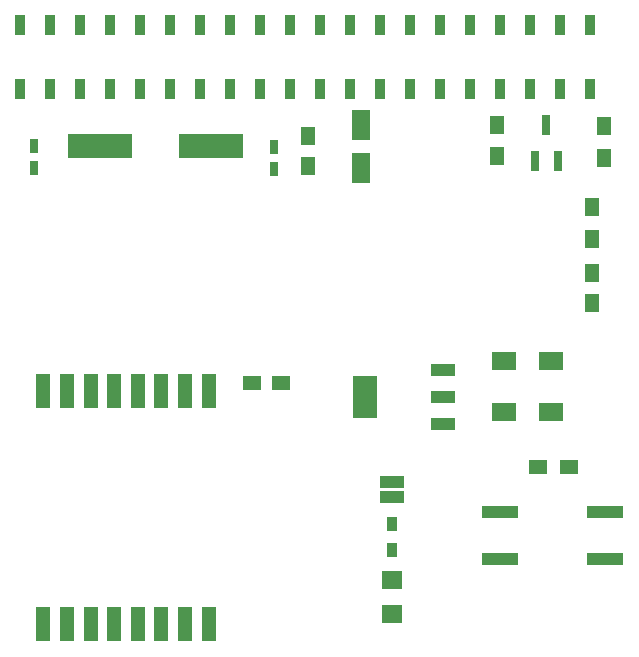
<source format=gbr>
G04 #@! TF.FileFunction,Paste,Top*
%FSLAX46Y46*%
G04 Gerber Fmt 4.6, Leading zero omitted, Abs format (unit mm)*
G04 Created by KiCad (PCBNEW 4.0.0-rc1-stable) date Mon 12 Oct 2015 11:01:42 BST*
%MOMM*%
G01*
G04 APERTURE LIST*
%ADD10C,0.100000*%
%ADD11R,3.100000X1.000000*%
%ADD12R,2.000000X1.000000*%
%ADD13R,0.889000X1.676400*%
%ADD14R,1.600200X2.600960*%
%ADD15R,1.250000X1.500000*%
%ADD16R,2.000000X1.600000*%
%ADD17R,1.500000X1.250000*%
%ADD18R,0.750000X1.200000*%
%ADD19R,1.800860X1.597660*%
%ADD20R,2.032000X3.657600*%
%ADD21R,2.032000X1.016000*%
%ADD22R,1.200000X3.000000*%
%ADD23R,0.800100X1.800860*%
%ADD24R,1.300000X1.500000*%
%ADD25R,0.900000X1.200000*%
%ADD26R,1.500000X1.300000*%
%ADD27R,5.499100X1.998980*%
G04 APERTURE END LIST*
D10*
D11*
X134100000Y-90950000D03*
X125200000Y-90950000D03*
X125200000Y-86950000D03*
X134100000Y-86950000D03*
D12*
X116000000Y-85700000D03*
X116000000Y-84430000D03*
D13*
X125210000Y-45732200D03*
X127750000Y-45732200D03*
X132830000Y-45732200D03*
X130290000Y-45732200D03*
X104890000Y-45732200D03*
X107430000Y-45732200D03*
X112510000Y-45732200D03*
X109970000Y-45732200D03*
X120130000Y-45732200D03*
X122670000Y-45732200D03*
X117590000Y-45732200D03*
X115050000Y-45732200D03*
X94730000Y-45732200D03*
X97270000Y-45732200D03*
X102350000Y-45732200D03*
X99810000Y-45732200D03*
X89650000Y-45732200D03*
X92190000Y-45732200D03*
X87110000Y-45732200D03*
X84570000Y-45732200D03*
X132830000Y-51167800D03*
X130290000Y-51167800D03*
X125210000Y-51167800D03*
X127750000Y-51167800D03*
X117590000Y-51167800D03*
X115050000Y-51167800D03*
X120130000Y-51167800D03*
X122670000Y-51167800D03*
X112510000Y-51167800D03*
X109970000Y-51167800D03*
X104890000Y-51167800D03*
X107430000Y-51167800D03*
X87110000Y-51167800D03*
X84570000Y-51167800D03*
X89650000Y-51167800D03*
X92190000Y-51167800D03*
X102350000Y-51167800D03*
X99810000Y-51167800D03*
X94730000Y-51167800D03*
X97270000Y-51167800D03*
D14*
X113400000Y-57800860D03*
X113400000Y-54199140D03*
D15*
X108900000Y-57650000D03*
X108900000Y-55150000D03*
D16*
X125500000Y-78500000D03*
X129500000Y-78500000D03*
X125500000Y-74200000D03*
X129500000Y-74200000D03*
D15*
X133000000Y-69250000D03*
X133000000Y-66750000D03*
D17*
X104150000Y-76000000D03*
X106650000Y-76000000D03*
D18*
X106000000Y-57950000D03*
X106000000Y-56050000D03*
X85700000Y-57850000D03*
X85700000Y-55950000D03*
D19*
X116000000Y-92730140D03*
X116000000Y-95569860D03*
D20*
X113748000Y-77250000D03*
D21*
X120352000Y-77250000D03*
X120352000Y-74964000D03*
X120352000Y-79536000D03*
D22*
X86500000Y-96400000D03*
X88500000Y-96400000D03*
X90500000Y-96400000D03*
X92500000Y-96400000D03*
X94500000Y-96400000D03*
X96500000Y-96400000D03*
X98500000Y-96400000D03*
X100500000Y-96400000D03*
X100500000Y-76700000D03*
X98500000Y-76700000D03*
X96500000Y-76700000D03*
X94500000Y-76700000D03*
X92500000Y-76700000D03*
X90500000Y-76700000D03*
X88500000Y-76700000D03*
X86500000Y-76700000D03*
D23*
X128150000Y-57201140D03*
X130050000Y-57201140D03*
X129100000Y-54198860D03*
D24*
X124900000Y-56850000D03*
X124900000Y-54150000D03*
X134000000Y-56950000D03*
X134000000Y-54250000D03*
D25*
X116000000Y-87950000D03*
X116000000Y-90150000D03*
D26*
X131050000Y-83150000D03*
X128350000Y-83150000D03*
D24*
X133000000Y-63850000D03*
X133000000Y-61150000D03*
D27*
X91301000Y-56000000D03*
X100699000Y-56000000D03*
M02*

</source>
